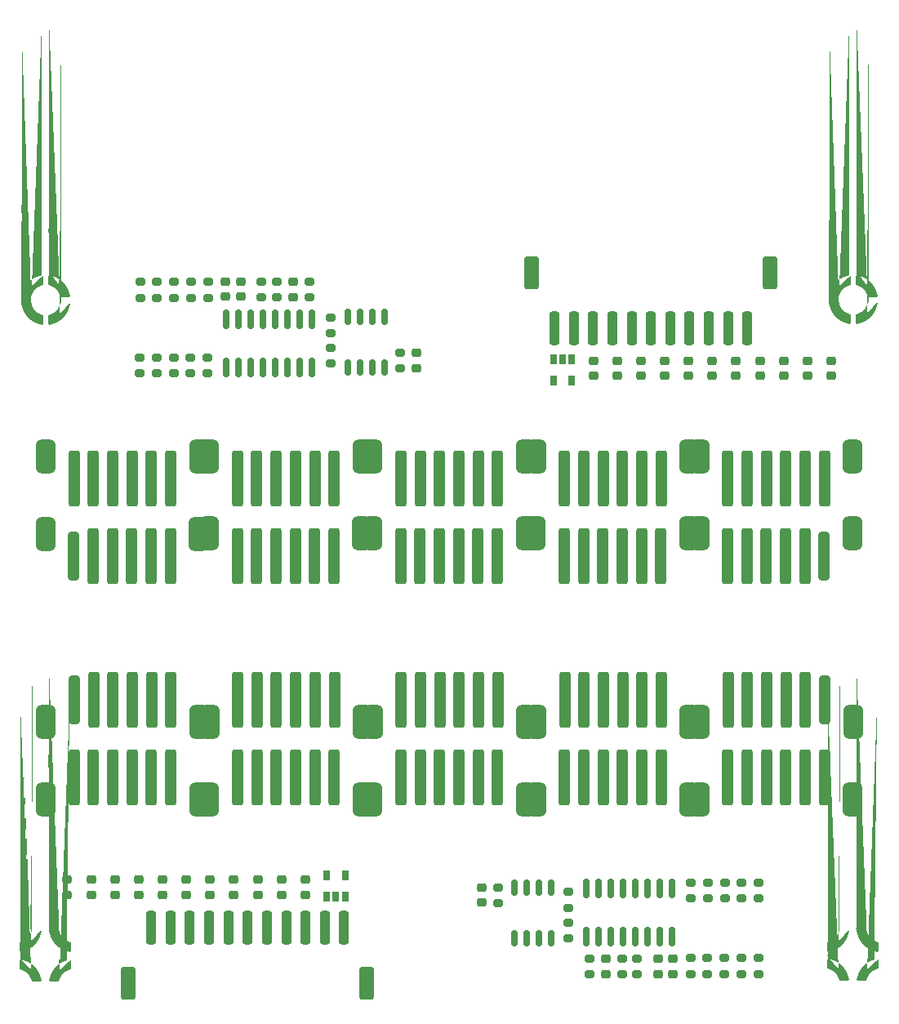
<source format=gtp>
%TF.GenerationSoftware,KiCad,Pcbnew,(6.0.0-rc1-392-g84e0feeee6)*%
%TF.CreationDate,2021-12-10T20:28:18+07:00*%
%TF.ProjectId,Ambino Fan HUB CH552G_Pannelize,416d6269-6e6f-4204-9661-6e2048554220,rev?*%
%TF.SameCoordinates,Original*%
%TF.FileFunction,Paste,Top*%
%TF.FilePolarity,Positive*%
%FSLAX46Y46*%
G04 Gerber Fmt 4.6, Leading zero omitted, Abs format (unit mm)*
G04 Created by KiCad (PCBNEW (6.0.0-rc1-392-g84e0feeee6)) date 2021-12-10 20:28:18*
%MOMM*%
%LPD*%
G01*
G04 APERTURE LIST*
G04 Aperture macros list*
%AMRoundRect*
0 Rectangle with rounded corners*
0 $1 Rounding radius*
0 $2 $3 $4 $5 $6 $7 $8 $9 X,Y pos of 4 corners*
0 Add a 4 corners polygon primitive as box body*
4,1,4,$2,$3,$4,$5,$6,$7,$8,$9,$2,$3,0*
0 Add four circle primitives for the rounded corners*
1,1,$1+$1,$2,$3*
1,1,$1+$1,$4,$5*
1,1,$1+$1,$6,$7*
1,1,$1+$1,$8,$9*
0 Add four rect primitives between the rounded corners*
20,1,$1+$1,$2,$3,$4,$5,0*
20,1,$1+$1,$4,$5,$6,$7,0*
20,1,$1+$1,$6,$7,$8,$9,0*
20,1,$1+$1,$8,$9,$2,$3,0*%
%AMFreePoly0*
4,1,54,1.134006,1.032936,1.153104,0.974157,1.153104,0.147677,1.134006,0.088898,1.084006,0.052571,1.074991,0.052571,1.068409,0.048399,1.059129,0.048988,0.869394,-0.013469,0.681766,-0.104658,0.508048,-0.220165,0.351373,-0.357907,0.214567,-0.515398,0.100095,-0.689800,0.010023,-0.877967,-0.051304,-1.068070,-0.050660,-1.077346,-0.052571,-1.080401,-0.052571,-1.084006,-0.068802,-1.106346,
-0.083438,-1.129742,-0.086779,-1.131090,-0.088898,-1.134006,-0.115154,-1.142537,-0.140753,-1.152864,-0.144249,-1.151990,-0.147677,-1.153104,-0.974157,-1.153104,-0.996709,-1.145777,-1.020112,-1.141920,-1.025561,-1.136402,-1.032936,-1.134006,-1.046875,-1.114820,-1.063540,-1.097946,-1.064705,-1.090279,-1.069263,-1.084006,-1.069263,-1.060289,-1.072826,-1.036844,-1.072824,-1.036841,-1.010242,-0.756312,
-0.916605,-0.484564,-0.793096,-0.225025,-0.641271,0.019033,-0.463044,0.244533,-0.260663,0.448632,-0.036677,0.628758,0.206089,0.782640,0.464575,0.908338,0.735523,1.004267,1.015516,1.069219,1.021050,1.068426,1.022202,1.069263,1.084006,1.069263,1.134006,1.032936,1.134006,1.032936,$1*%
%AMFreePoly1*
4,1,54,0.996709,1.145777,1.020112,1.141920,1.025561,1.136402,1.032936,1.134006,1.046875,1.114820,1.063540,1.097946,1.064705,1.090279,1.069263,1.084006,1.069263,1.060289,1.072826,1.036844,1.072824,1.036841,1.010242,0.756312,0.916605,0.484564,0.793096,0.225025,0.641271,-0.019033,0.463044,-0.244533,0.260663,-0.448632,0.036677,-0.628758,-0.206089,-0.782640,-0.464575,-0.908338,
-0.735523,-1.004267,-1.015516,-1.069219,-1.021050,-1.068426,-1.022202,-1.069263,-1.084006,-1.069263,-1.134006,-1.032936,-1.153104,-0.974157,-1.153104,-0.147677,-1.134006,-0.088898,-1.084006,-0.052571,-1.074991,-0.052571,-1.068409,-0.048399,-1.059129,-0.048988,-0.869394,0.013469,-0.681766,0.104658,-0.508048,0.220165,-0.351373,0.357907,-0.214567,0.515398,-0.100095,0.689800,-0.010023,0.877967,
0.051304,1.068070,0.050660,1.077346,0.052571,1.080401,0.052571,1.084006,0.068802,1.106346,0.083438,1.129742,0.086779,1.131090,0.088898,1.134006,0.115154,1.142537,0.140753,1.152864,0.144249,1.151990,0.147677,1.153104,0.974157,1.153104,0.996709,1.145777,0.996709,1.145777,$1*%
%AMFreePoly2*
4,1,54,-0.088898,1.134006,-0.052571,1.084006,-0.052571,1.074991,-0.048399,1.068409,-0.048988,1.059129,0.013469,0.869394,0.104658,0.681766,0.220165,0.508048,0.357907,0.351373,0.515398,0.214567,0.689800,0.100095,0.877967,0.010023,1.068070,-0.051304,1.077346,-0.050660,1.080401,-0.052571,1.084006,-0.052571,1.106346,-0.068802,1.129742,-0.083438,1.131090,-0.086779,1.134006,-0.088898,
1.142537,-0.115154,1.152864,-0.140753,1.151990,-0.144249,1.153104,-0.147677,1.153104,-0.974157,1.145777,-0.996709,1.141920,-1.020112,1.136402,-1.025561,1.134006,-1.032936,1.114820,-1.046875,1.097946,-1.063540,1.090279,-1.064705,1.084006,-1.069263,1.060289,-1.069263,1.036844,-1.072826,1.036841,-1.072824,0.756312,-1.010242,0.484564,-0.916605,0.225025,-0.793096,-0.019033,-0.641271,
-0.244533,-0.463044,-0.448632,-0.260663,-0.628758,-0.036677,-0.782640,0.206089,-0.908338,0.464575,-1.004267,0.735523,-1.069219,1.015516,-1.068426,1.021050,-1.069263,1.022202,-1.069263,1.084006,-1.032936,1.134006,-0.974157,1.153104,-0.147677,1.153104,-0.088898,1.134006,-0.088898,1.134006,$1*%
%AMFreePoly3*
4,1,54,-1.036841,1.072824,-0.756312,1.010242,-0.484564,0.916605,-0.225025,0.793096,0.019033,0.641271,0.244533,0.463044,0.448632,0.260663,0.628758,0.036677,0.782640,-0.206089,0.908338,-0.464575,1.004267,-0.735523,1.069219,-1.015516,1.068426,-1.021050,1.069263,-1.022202,1.069263,-1.084006,1.032936,-1.134006,0.974157,-1.153104,0.147677,-1.153104,0.088898,-1.134006,0.052571,-1.084006,
0.052571,-1.074991,0.048399,-1.068409,0.048988,-1.059129,-0.013469,-0.869394,-0.104658,-0.681766,-0.220165,-0.508048,-0.357907,-0.351373,-0.515398,-0.214567,-0.689800,-0.100095,-0.877967,-0.010023,-1.068070,0.051304,-1.077346,0.050660,-1.080401,0.052571,-1.084006,0.052571,-1.106346,0.068802,-1.129742,0.083438,-1.131090,0.086779,-1.134006,0.088898,-1.142537,0.115154,-1.152864,0.140753,
-1.151990,0.144249,-1.153104,0.147677,-1.153104,0.974157,-1.145777,0.996709,-1.141920,1.020112,-1.136402,1.025561,-1.134006,1.032936,-1.114820,1.046875,-1.097946,1.063540,-1.090279,1.064705,-1.084006,1.069263,-1.060289,1.069263,-1.036844,1.072826,-1.036841,1.072824,-1.036841,1.072824,$1*%
%AMFreePoly4*
4,1,53,0.996709,1.145777,1.020112,1.141920,1.025561,1.136402,1.032936,1.134006,1.046875,1.114820,1.063540,1.097946,1.064705,1.090279,1.069263,1.084006,1.069263,1.060289,1.072826,1.036844,1.010242,0.756311,0.916605,0.484563,0.793096,0.225024,0.641270,-0.019034,0.463043,-0.244534,0.260661,-0.448633,0.036675,-0.628759,-0.206092,-0.782641,-0.464578,-0.908339,-0.735526,-1.004268,
-1.015520,-1.069219,-1.021050,-1.068426,-1.022202,-1.069263,-1.084006,-1.069263,-1.134006,-1.032936,-1.153104,-0.974157,-1.153104,-0.147677,-1.134006,-0.088898,-1.084006,-0.052571,-1.074991,-0.052571,-1.068409,-0.048399,-1.059129,-0.048988,-0.869394,0.013469,-0.681766,0.104658,-0.508048,0.220165,-0.351373,0.357907,-0.214567,0.515398,-0.100095,0.689800,-0.010023,0.877967,0.051304,1.068070,
0.050660,1.077346,0.052571,1.080401,0.052571,1.084006,0.068802,1.106346,0.083438,1.129742,0.086779,1.131090,0.088898,1.134006,0.115154,1.142537,0.140753,1.152864,0.144249,1.151990,0.147677,1.153104,0.974157,1.153104,0.996709,1.145777,0.996709,1.145777,$1*%
%AMFreePoly5*
4,1,53,1.134006,1.032936,1.153104,0.974157,1.153104,0.147677,1.134006,0.088898,1.084006,0.052571,1.074991,0.052571,1.068409,0.048399,1.059129,0.048988,0.869394,-0.013469,0.681766,-0.104658,0.508048,-0.220165,0.351373,-0.357907,0.214567,-0.515398,0.100095,-0.689800,0.010023,-0.877967,-0.051304,-1.068070,-0.050660,-1.077346,-0.052571,-1.080401,-0.052571,-1.084006,-0.068802,-1.106346,
-0.083438,-1.129742,-0.086779,-1.131090,-0.088898,-1.134006,-0.115154,-1.142537,-0.140753,-1.152864,-0.144249,-1.151990,-0.147677,-1.153104,-0.974157,-1.153104,-0.996709,-1.145777,-1.020112,-1.141920,-1.025561,-1.136402,-1.032936,-1.134006,-1.046875,-1.114820,-1.063540,-1.097946,-1.064705,-1.090279,-1.069263,-1.084006,-1.069263,-1.060289,-1.072826,-1.036844,-1.010242,-0.756311,-0.916605,-0.484563,
-0.793096,-0.225024,-0.641270,0.019034,-0.463043,0.244534,-0.260661,0.448633,-0.036675,0.628759,0.206092,0.782641,0.464578,0.908339,0.735526,1.004268,1.015520,1.069219,1.021050,1.068426,1.022202,1.069263,1.084006,1.069263,1.134006,1.032936,1.134006,1.032936,$1*%
%AMFreePoly6*
4,1,53,-0.756311,1.010242,-0.484563,0.916605,-0.225024,0.793096,0.019034,0.641270,0.244534,0.463043,0.448633,0.260661,0.628759,0.036675,0.782641,-0.206092,0.908339,-0.464578,1.004268,-0.735526,1.069219,-1.015520,1.068426,-1.021050,1.069263,-1.022202,1.069263,-1.084006,1.032936,-1.134006,0.974157,-1.153104,0.147677,-1.153104,0.088898,-1.134006,0.052571,-1.084006,0.052571,-1.074991,
0.048399,-1.068409,0.048988,-1.059129,-0.013469,-0.869394,-0.104658,-0.681766,-0.220165,-0.508048,-0.357907,-0.351373,-0.515398,-0.214567,-0.689800,-0.100095,-0.877967,-0.010023,-1.068070,0.051304,-1.077346,0.050660,-1.080401,0.052571,-1.084006,0.052571,-1.106346,0.068802,-1.129742,0.083438,-1.131090,0.086779,-1.134006,0.088898,-1.142537,0.115154,-1.152864,0.140753,-1.151990,0.144249,
-1.153104,0.147677,-1.153104,0.974157,-1.145777,0.996709,-1.141920,1.020112,-1.136402,1.025561,-1.134006,1.032936,-1.114820,1.046875,-1.097946,1.063540,-1.090279,1.064705,-1.084006,1.069263,-1.060289,1.069263,-1.036844,1.072826,-0.756311,1.010242,-0.756311,1.010242,$1*%
%AMFreePoly7*
4,1,53,-0.088898,1.134006,-0.052571,1.084006,-0.052571,1.074991,-0.048399,1.068409,-0.048988,1.059129,0.013469,0.869394,0.104658,0.681766,0.220165,0.508048,0.357907,0.351373,0.515398,0.214567,0.689800,0.100095,0.877967,0.010023,1.068070,-0.051304,1.077346,-0.050660,1.080401,-0.052571,1.084006,-0.052571,1.106346,-0.068802,1.129742,-0.083438,1.131090,-0.086779,1.134006,-0.088898,
1.142537,-0.115154,1.152864,-0.140753,1.151990,-0.144249,1.153104,-0.147677,1.153104,-0.974157,1.145777,-0.996709,1.141920,-1.020112,1.136402,-1.025561,1.134006,-1.032936,1.114820,-1.046875,1.097946,-1.063540,1.090279,-1.064705,1.084006,-1.069263,1.060289,-1.069263,1.036844,-1.072826,0.756311,-1.010242,0.484563,-0.916605,0.225024,-0.793096,-0.019034,-0.641270,-0.244534,-0.463043,
-0.448633,-0.260661,-0.628759,-0.036675,-0.782641,0.206092,-0.908339,0.464578,-1.004268,0.735526,-1.069219,1.015520,-1.068426,1.021050,-1.069263,1.022202,-1.069263,1.084006,-1.032936,1.134006,-0.974157,1.153104,-0.147677,1.153104,-0.088898,1.134006,-0.088898,1.134006,$1*%
G04 Aperture macros list end*
%ADD10RoundRect,0.200000X0.275000X-0.200000X0.275000X0.200000X-0.275000X0.200000X-0.275000X-0.200000X0*%
%ADD11RoundRect,0.200000X-0.275000X0.200000X-0.275000X-0.200000X0.275000X-0.200000X0.275000X0.200000X0*%
%ADD12RoundRect,0.225000X-0.250000X0.225000X-0.250000X-0.225000X0.250000X-0.225000X0.250000X0.225000X0*%
%ADD13R,0.650000X1.060000*%
%ADD14RoundRect,0.218750X-0.256250X0.218750X-0.256250X-0.218750X0.256250X-0.218750X0.256250X0.218750X0*%
%ADD15RoundRect,0.150000X-0.150000X0.850000X-0.150000X-0.850000X0.150000X-0.850000X0.150000X0.850000X0*%
%ADD16RoundRect,0.218750X0.256250X-0.218750X0.256250X0.218750X-0.256250X0.218750X-0.256250X-0.218750X0*%
%ADD17FreePoly0,180.000000*%
%ADD18FreePoly1,180.000000*%
%ADD19FreePoly2,180.000000*%
%ADD20FreePoly3,180.000000*%
%ADD21RoundRect,0.300000X0.300000X-2.600000X0.300000X2.600000X-0.300000X2.600000X-0.300000X-2.600000X0*%
%ADD22RoundRect,0.500000X0.500000X-1.250000X0.500000X1.250000X-0.500000X1.250000X-0.500000X-1.250000X0*%
%ADD23RoundRect,0.250000X-0.250000X-1.500000X0.250000X-1.500000X0.250000X1.500000X-0.250000X1.500000X0*%
%ADD24RoundRect,0.250001X-0.499999X-1.449999X0.499999X-1.449999X0.499999X1.449999X-0.499999X1.449999X0*%
%ADD25RoundRect,0.150000X0.150000X-0.675000X0.150000X0.675000X-0.150000X0.675000X-0.150000X-0.675000X0*%
%ADD26RoundRect,0.300000X0.300000X-2.200000X0.300000X2.200000X-0.300000X2.200000X-0.300000X-2.200000X0*%
%ADD27RoundRect,0.300000X-0.300000X2.600000X-0.300000X-2.600000X0.300000X-2.600000X0.300000X2.600000X0*%
%ADD28RoundRect,0.300000X-0.300000X2.200000X-0.300000X-2.200000X0.300000X-2.200000X0.300000X2.200000X0*%
%ADD29RoundRect,0.500000X-0.500000X1.250000X-0.500000X-1.250000X0.500000X-1.250000X0.500000X1.250000X0*%
%ADD30FreePoly4,0.000000*%
%ADD31FreePoly5,0.000000*%
%ADD32FreePoly6,0.000000*%
%ADD33FreePoly7,0.000000*%
%ADD34RoundRect,0.225000X0.250000X-0.225000X0.250000X0.225000X-0.250000X0.225000X-0.250000X-0.225000X0*%
%ADD35RoundRect,0.150000X-0.150000X0.675000X-0.150000X-0.675000X0.150000X-0.675000X0.150000X0.675000X0*%
%ADD36RoundRect,0.250000X0.250000X1.500000X-0.250000X1.500000X-0.250000X-1.500000X0.250000X-1.500000X0*%
%ADD37RoundRect,0.250000X0.500000X1.450000X-0.500000X1.450000X-0.500000X-1.450000X0.500000X-1.450000X0*%
%ADD38RoundRect,0.150000X0.150000X-0.850000X0.150000X0.850000X-0.150000X0.850000X-0.150000X-0.850000X0*%
G04 APERTURE END LIST*
D10*
%TO.C,R2*%
X146235680Y-120381000D03*
X146235680Y-118731000D03*
%TD*%
%TO.C,R18*%
X151822680Y-127251000D03*
X151822680Y-125601000D03*
%TD*%
%TO.C,R17*%
X153412680Y-127261000D03*
X153412680Y-125611000D03*
%TD*%
D11*
%TO.C,R15*%
X165995680Y-125581000D03*
X165995680Y-127231000D03*
%TD*%
%TO.C,R7*%
X162465680Y-125581000D03*
X162465680Y-127231000D03*
%TD*%
%TO.C,R11*%
X164230680Y-125581000D03*
X164230680Y-127231000D03*
%TD*%
D10*
%TO.C,R13*%
X166018680Y-119391000D03*
X166018680Y-117741000D03*
%TD*%
D12*
%TO.C,C6*%
X157130680Y-125671000D03*
X157130680Y-127221000D03*
%TD*%
D10*
%TO.C,R12*%
X160751430Y-119391000D03*
X160751430Y-117741000D03*
%TD*%
%TO.C,R16*%
X158995680Y-119391000D03*
X158995680Y-117741000D03*
%TD*%
D11*
%TO.C,R10*%
X160700680Y-125581000D03*
X160700680Y-127231000D03*
%TD*%
D13*
%TO.C,U2*%
X121225680Y-119186000D03*
X122175680Y-119186000D03*
X123125680Y-119186000D03*
X123125680Y-116986000D03*
X121225680Y-116986000D03*
%TD*%
D14*
%TO.C,F5*%
X106664570Y-117471000D03*
X106664570Y-119046000D03*
%TD*%
D15*
%TO.C,U1*%
X157055680Y-118326000D03*
X155785680Y-118326000D03*
X154515680Y-118326000D03*
X153245680Y-118326000D03*
X151975680Y-118326000D03*
X150705680Y-118326000D03*
X149435680Y-118326000D03*
X148165680Y-118326000D03*
X148165680Y-123326000D03*
X149435680Y-123326000D03*
X150705680Y-123326000D03*
X151975680Y-123326000D03*
X153245680Y-123326000D03*
X154515680Y-123326000D03*
X155785680Y-123326000D03*
X157055680Y-123326000D03*
%TD*%
D14*
%TO.C,F1*%
X94323456Y-117471000D03*
X94323456Y-119046000D03*
%TD*%
%TO.C,F6*%
X116537458Y-117471000D03*
X116537458Y-119046000D03*
%TD*%
D11*
%TO.C,R14*%
X158935680Y-125581000D03*
X158935680Y-127231000D03*
%TD*%
D10*
%TO.C,R8*%
X162507180Y-119391000D03*
X162507180Y-117741000D03*
%TD*%
D16*
%TO.C,D4*%
X137315680Y-119838500D03*
X137315680Y-118263500D03*
%TD*%
D10*
%TO.C,R9*%
X164262930Y-119391000D03*
X164262930Y-117741000D03*
%TD*%
D14*
%TO.C,F7*%
X114069236Y-117471000D03*
X114069236Y-119046000D03*
%TD*%
%TO.C,F10*%
X96791682Y-117471000D03*
X96791682Y-119046000D03*
%TD*%
D11*
%TO.C,R20*%
X148445680Y-125611000D03*
X148445680Y-127261000D03*
%TD*%
D10*
%TO.C,R21*%
X139035680Y-119896000D03*
X139035680Y-118246000D03*
%TD*%
D16*
%TO.C,D3*%
X150155680Y-127213500D03*
X150155680Y-125638500D03*
%TD*%
D17*
%TO.C,H23*%
X177223784Y-126779104D03*
D18*
X174317576Y-123872896D03*
D19*
X177223784Y-123872896D03*
D20*
X174317576Y-126779104D03*
%TD*%
D21*
%TO.C,J13*%
X121995680Y-106826000D03*
X119990680Y-106826000D03*
X117985680Y-106826000D03*
X115980680Y-106826000D03*
X113975680Y-106826000D03*
X111970680Y-106826000D03*
D22*
X124920680Y-109126000D03*
X109045680Y-109126000D03*
%TD*%
D23*
%TO.C,J1*%
X103025680Y-122436000D03*
X105025680Y-122436000D03*
X107025680Y-122436000D03*
X109025680Y-122436000D03*
X111025680Y-122436000D03*
X113025680Y-122436000D03*
X115025680Y-122436000D03*
X117025680Y-122436000D03*
X119025680Y-122436000D03*
X121025680Y-122436000D03*
X123025680Y-122436000D03*
D24*
X125375680Y-128186000D03*
X100675680Y-128186000D03*
%TD*%
D25*
%TO.C,Q1*%
X144470680Y-123561000D03*
X141930680Y-123561000D03*
X140660680Y-123561000D03*
X143200680Y-123561000D03*
X143200680Y-118311000D03*
X141930680Y-118311000D03*
X140660680Y-118311000D03*
X144470680Y-118311000D03*
%TD*%
D11*
%TO.C,R1*%
X146235680Y-121891000D03*
X146235680Y-123541000D03*
%TD*%
D12*
%TO.C,C7*%
X155580680Y-125671000D03*
X155580680Y-127221000D03*
%TD*%
D16*
%TO.C,F11*%
X119005680Y-119046000D03*
X119005680Y-117471000D03*
%TD*%
D21*
%TO.C,J11*%
X155895680Y-106826000D03*
X153890680Y-106826000D03*
X151885680Y-106826000D03*
X149880680Y-106826000D03*
X147875680Y-106826000D03*
X145870680Y-106826000D03*
D22*
X158820680Y-109126000D03*
X142945680Y-109126000D03*
%TD*%
D21*
%TO.C,J10*%
X172845680Y-106826000D03*
X170840680Y-106826000D03*
X168835680Y-106826000D03*
X166830680Y-106826000D03*
X164825680Y-106826000D03*
X162820680Y-106826000D03*
D22*
X159895680Y-109126000D03*
X175770680Y-109126000D03*
%TD*%
D18*
%TO.C,H22*%
X90592576Y-123897896D03*
D17*
X93498784Y-126804104D03*
D20*
X90592576Y-126804104D03*
D19*
X93498784Y-123897896D03*
%TD*%
D21*
%TO.C,J12*%
X138945680Y-106826000D03*
X136940680Y-106826000D03*
X134935680Y-106826000D03*
X132930680Y-106826000D03*
X130925680Y-106826000D03*
X128920680Y-106826000D03*
D22*
X141870680Y-109126000D03*
X125995680Y-109126000D03*
%TD*%
D21*
%TO.C,J8*%
X155920680Y-98826000D03*
X153915680Y-98826000D03*
X151910680Y-98826000D03*
X149905680Y-98826000D03*
X147900680Y-98826000D03*
X145895680Y-98826000D03*
D22*
X158845680Y-101126000D03*
X142970680Y-101126000D03*
%TD*%
D26*
%TO.C,J9*%
X172870680Y-98801000D03*
D21*
X170865680Y-98801000D03*
X168860680Y-98801000D03*
X166855680Y-98801000D03*
X164850680Y-98801000D03*
X162845680Y-98801000D03*
D22*
X175795680Y-101101000D03*
X159920680Y-101101000D03*
%TD*%
D21*
%TO.C,J7*%
X138970680Y-98826000D03*
X136965680Y-98826000D03*
X134960680Y-98826000D03*
X132955680Y-98826000D03*
X130950680Y-98826000D03*
X128945680Y-98826000D03*
D22*
X126020680Y-101126000D03*
X141895680Y-101126000D03*
%TD*%
D14*
%TO.C,F4*%
X104196348Y-117471000D03*
X104196348Y-119046000D03*
%TD*%
%TO.C,F8*%
X111601014Y-117471000D03*
X111601014Y-119046000D03*
%TD*%
%TO.C,F2*%
X99259904Y-117471000D03*
X99259904Y-119046000D03*
%TD*%
%TO.C,F9*%
X109132792Y-117471000D03*
X109132792Y-119046000D03*
%TD*%
%TO.C,F3*%
X101728126Y-117471000D03*
X101728126Y-119046000D03*
%TD*%
D21*
%TO.C,J14*%
X105045680Y-106826000D03*
X103040680Y-106826000D03*
X101035680Y-106826000D03*
X99030680Y-106826000D03*
X97025680Y-106826000D03*
X95020680Y-106826000D03*
D22*
X92095680Y-109126000D03*
X107970680Y-109126000D03*
%TD*%
D21*
%TO.C,J6*%
X122020680Y-98826000D03*
X120015680Y-98826000D03*
X118010680Y-98826000D03*
X116005680Y-98826000D03*
X114000680Y-98826000D03*
X111995680Y-98826000D03*
D22*
X124945680Y-101126000D03*
X109070680Y-101126000D03*
%TD*%
D21*
%TO.C,J5*%
X105070680Y-98826000D03*
X103065680Y-98826000D03*
X101060680Y-98826000D03*
X99055680Y-98826000D03*
X97050680Y-98826000D03*
D26*
X95045680Y-98826000D03*
D22*
X107995680Y-101126000D03*
X92120680Y-101126000D03*
%TD*%
D27*
%TO.C,J5*%
X162793750Y-83860000D03*
X164798750Y-83860000D03*
X166803750Y-83860000D03*
X168808750Y-83860000D03*
X170813750Y-83860000D03*
D28*
X172818750Y-83860000D03*
D29*
X159868750Y-81560000D03*
X175743750Y-81560000D03*
%TD*%
D27*
%TO.C,J6*%
X145843750Y-83860000D03*
X147848750Y-83860000D03*
X149853750Y-83860000D03*
X151858750Y-83860000D03*
X153863750Y-83860000D03*
X155868750Y-83860000D03*
D29*
X142918750Y-81560000D03*
X158793750Y-81560000D03*
%TD*%
D27*
%TO.C,J7*%
X128893750Y-83860000D03*
X130898750Y-83860000D03*
X132903750Y-83860000D03*
X134908750Y-83860000D03*
X136913750Y-83860000D03*
X138918750Y-83860000D03*
D29*
X141843750Y-81560000D03*
X125968750Y-81560000D03*
%TD*%
D27*
%TO.C,J8*%
X111943750Y-83860000D03*
X113948750Y-83860000D03*
X115953750Y-83860000D03*
X117958750Y-83860000D03*
X119963750Y-83860000D03*
X121968750Y-83860000D03*
D29*
X109018750Y-81560000D03*
X124893750Y-81560000D03*
%TD*%
D28*
%TO.C,J9*%
X94993750Y-83885000D03*
D27*
X96998750Y-83885000D03*
X99003750Y-83885000D03*
X101008750Y-83885000D03*
X103013750Y-83885000D03*
X105018750Y-83885000D03*
D29*
X92068750Y-81585000D03*
X107943750Y-81585000D03*
%TD*%
D27*
%TO.C,J10*%
X95018750Y-75860000D03*
X97023750Y-75860000D03*
X99028750Y-75860000D03*
X101033750Y-75860000D03*
X103038750Y-75860000D03*
X105043750Y-75860000D03*
D29*
X107968750Y-73560000D03*
X92093750Y-73560000D03*
%TD*%
D27*
%TO.C,J11*%
X111968750Y-75860000D03*
X113973750Y-75860000D03*
X115978750Y-75860000D03*
X117983750Y-75860000D03*
X119988750Y-75860000D03*
X121993750Y-75860000D03*
D29*
X109043750Y-73560000D03*
X124918750Y-73560000D03*
%TD*%
D27*
%TO.C,J12*%
X128918750Y-75860000D03*
X130923750Y-75860000D03*
X132928750Y-75860000D03*
X134933750Y-75860000D03*
X136938750Y-75860000D03*
X138943750Y-75860000D03*
D29*
X125993750Y-73560000D03*
X141868750Y-73560000D03*
%TD*%
D27*
%TO.C,J13*%
X145868750Y-75860000D03*
X147873750Y-75860000D03*
X149878750Y-75860000D03*
X151883750Y-75860000D03*
X153888750Y-75860000D03*
X155893750Y-75860000D03*
D29*
X142943750Y-73560000D03*
X158818750Y-73560000D03*
%TD*%
D27*
%TO.C,J14*%
X162818750Y-75860000D03*
X164823750Y-75860000D03*
X166828750Y-75860000D03*
X168833750Y-75860000D03*
X170838750Y-75860000D03*
X172843750Y-75860000D03*
D29*
X175768750Y-73560000D03*
X159893750Y-73560000D03*
%TD*%
D30*
%TO.C,H22*%
X177271854Y-58788104D03*
D31*
X174365646Y-55881896D03*
D32*
X177271854Y-55881896D03*
D33*
X174365646Y-58788104D03*
%TD*%
D31*
%TO.C,H23*%
X90640646Y-55906896D03*
D30*
X93546854Y-58813104D03*
D33*
X90640646Y-58813104D03*
D32*
X93546854Y-55906896D03*
%TD*%
D14*
%TO.C,F11*%
X148858750Y-63640000D03*
X148858750Y-65215000D03*
%TD*%
D34*
%TO.C,C7*%
X112283750Y-57015000D03*
X112283750Y-55465000D03*
%TD*%
D35*
%TO.C,Q1*%
X123393750Y-59125000D03*
X125933750Y-59125000D03*
X127203750Y-59125000D03*
X124663750Y-59125000D03*
X124663750Y-64375000D03*
X125933750Y-64375000D03*
X127203750Y-64375000D03*
X123393750Y-64375000D03*
%TD*%
D10*
%TO.C,R1*%
X121628750Y-60795000D03*
X121628750Y-59145000D03*
%TD*%
D36*
%TO.C,J1*%
X164838750Y-60250000D03*
X162838750Y-60250000D03*
X160838750Y-60250000D03*
X158838750Y-60250000D03*
X156838750Y-60250000D03*
X154838750Y-60250000D03*
X152838750Y-60250000D03*
X150838750Y-60250000D03*
X148838750Y-60250000D03*
X146838750Y-60250000D03*
X144838750Y-60250000D03*
D37*
X142488750Y-54500000D03*
X167188750Y-54500000D03*
%TD*%
D16*
%TO.C,F3*%
X166136304Y-65215000D03*
X166136304Y-63640000D03*
%TD*%
%TO.C,F9*%
X158731638Y-65215000D03*
X158731638Y-63640000D03*
%TD*%
%TO.C,F2*%
X168604526Y-65215000D03*
X168604526Y-63640000D03*
%TD*%
%TO.C,F8*%
X156263416Y-65215000D03*
X156263416Y-63640000D03*
%TD*%
%TO.C,F4*%
X163668082Y-65215000D03*
X163668082Y-63640000D03*
%TD*%
%TO.C,F6*%
X151326972Y-65215000D03*
X151326972Y-63640000D03*
%TD*%
%TO.C,F7*%
X153795194Y-65215000D03*
X153795194Y-63640000D03*
%TD*%
%TO.C,F10*%
X171072748Y-65215000D03*
X171072748Y-63640000D03*
%TD*%
%TO.C,F1*%
X173540974Y-65215000D03*
X173540974Y-63640000D03*
%TD*%
%TO.C,F5*%
X161199860Y-65215000D03*
X161199860Y-63640000D03*
%TD*%
D11*
%TO.C,R9*%
X103601500Y-63295000D03*
X103601500Y-64945000D03*
%TD*%
D10*
%TO.C,R7*%
X105398750Y-57105000D03*
X105398750Y-55455000D03*
%TD*%
%TO.C,R11*%
X103633750Y-57105000D03*
X103633750Y-55455000D03*
%TD*%
D11*
%TO.C,R13*%
X101845750Y-63295000D03*
X101845750Y-64945000D03*
%TD*%
D10*
%TO.C,R15*%
X101868750Y-57105000D03*
X101868750Y-55455000D03*
%TD*%
D14*
%TO.C,D3*%
X117708750Y-55472500D03*
X117708750Y-57047500D03*
%TD*%
%TO.C,D4*%
X130548750Y-62847500D03*
X130548750Y-64422500D03*
%TD*%
D11*
%TO.C,R21*%
X128828750Y-62790000D03*
X128828750Y-64440000D03*
%TD*%
D34*
%TO.C,C6*%
X110733750Y-57015000D03*
X110733750Y-55465000D03*
%TD*%
D10*
%TO.C,R20*%
X119418750Y-57075000D03*
X119418750Y-55425000D03*
%TD*%
D11*
%TO.C,R8*%
X105357250Y-63295000D03*
X105357250Y-64945000D03*
%TD*%
D10*
%TO.C,R14*%
X108928750Y-57105000D03*
X108928750Y-55455000D03*
%TD*%
D11*
%TO.C,R16*%
X108868750Y-63295000D03*
X108868750Y-64945000D03*
%TD*%
D10*
%TO.C,R10*%
X107163750Y-57105000D03*
X107163750Y-55455000D03*
%TD*%
D11*
%TO.C,R12*%
X107113000Y-63295000D03*
X107113000Y-64945000D03*
%TD*%
D38*
%TO.C,U1*%
X110808750Y-64360000D03*
X112078750Y-64360000D03*
X113348750Y-64360000D03*
X114618750Y-64360000D03*
X115888750Y-64360000D03*
X117158750Y-64360000D03*
X118428750Y-64360000D03*
X119698750Y-64360000D03*
X119698750Y-59360000D03*
X118428750Y-59360000D03*
X117158750Y-59360000D03*
X115888750Y-59360000D03*
X114618750Y-59360000D03*
X113348750Y-59360000D03*
X112078750Y-59360000D03*
X110808750Y-59360000D03*
%TD*%
D13*
%TO.C,U2*%
X146638750Y-63500000D03*
X145688750Y-63500000D03*
X144738750Y-63500000D03*
X144738750Y-65700000D03*
X146638750Y-65700000D03*
%TD*%
D11*
%TO.C,R18*%
X116041750Y-55435000D03*
X116041750Y-57085000D03*
%TD*%
%TO.C,R17*%
X114451750Y-55425000D03*
X114451750Y-57075000D03*
%TD*%
%TO.C,R2*%
X121628750Y-62305000D03*
X121628750Y-63955000D03*
%TD*%
M02*

</source>
